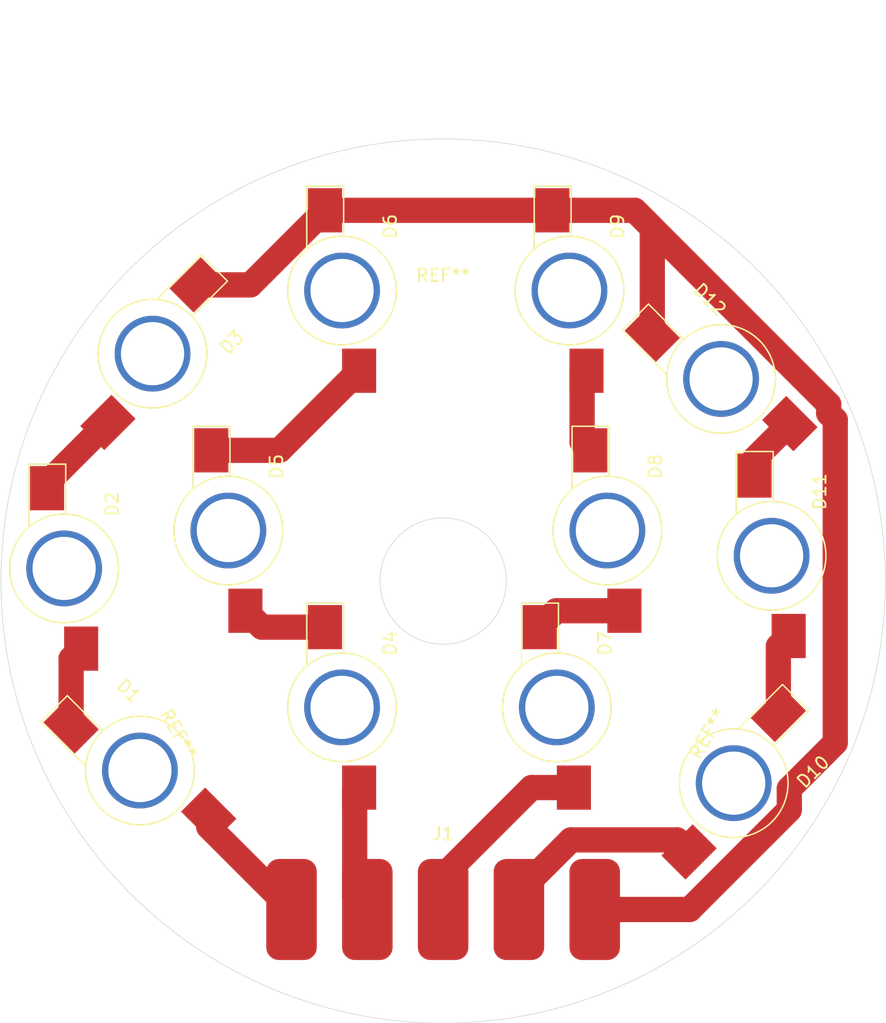
<source format=kicad_pcb>
(kicad_pcb (version 20171130) (host pcbnew 5.1.9)

  (general
    (thickness 1.6)
    (drawings 6)
    (tracks 41)
    (zones 0)
    (modules 16)
    (nets 14)
  )

  (page A4)
  (title_block
    (title "MA LED PCB")
    (date 2021-05-11)
    (rev V1)
    (company UVOS)
  )

  (layers
    (0 F.Cu signal)
    (31 B.Cu signal)
    (32 B.Adhes user)
    (33 F.Adhes user)
    (34 B.Paste user)
    (35 F.Paste user)
    (36 B.SilkS user)
    (37 F.SilkS user)
    (38 B.Mask user)
    (39 F.Mask user)
    (40 Dwgs.User user)
    (41 Cmts.User user)
    (42 Eco1.User user)
    (43 Eco2.User user)
    (44 Edge.Cuts user)
    (45 Margin user)
    (46 B.CrtYd user)
    (47 F.CrtYd user)
    (48 B.Fab user)
    (49 F.Fab user hide)
  )

  (setup
    (last_trace_width 2)
    (trace_clearance 0.4)
    (zone_clearance 0.508)
    (zone_45_only no)
    (trace_min 0.2)
    (via_size 2)
    (via_drill 1)
    (via_min_size 0.4)
    (via_min_drill 0.3)
    (uvia_size 0.3)
    (uvia_drill 0.1)
    (uvias_allowed no)
    (uvia_min_size 0.2)
    (uvia_min_drill 0.1)
    (edge_width 0.05)
    (segment_width 0.2)
    (pcb_text_width 0.3)
    (pcb_text_size 1.5 1.5)
    (mod_edge_width 0.12)
    (mod_text_size 1 1)
    (mod_text_width 0.15)
    (pad_size 6 6)
    (pad_drill 5)
    (pad_to_mask_clearance 0)
    (aux_axis_origin 140 100)
    (visible_elements FFFFFF7F)
    (pcbplotparams
      (layerselection 0x08000_7ffffffe)
      (usegerberextensions false)
      (usegerberattributes true)
      (usegerberadvancedattributes true)
      (creategerberjobfile true)
      (excludeedgelayer true)
      (linewidth 0.100000)
      (plotframeref false)
      (viasonmask false)
      (mode 1)
      (useauxorigin true)
      (hpglpennumber 1)
      (hpglpenspeed 20)
      (hpglpendiameter 15.000000)
      (psnegative false)
      (psa4output false)
      (plotreference true)
      (plotvalue true)
      (plotinvisibletext false)
      (padsonsilk false)
      (subtractmaskfromsilk false)
      (outputformat 3)
      (mirror false)
      (drillshape 0)
      (scaleselection 1)
      (outputdirectory ""))
  )

  (net 0 "")
  (net 1 "Net-(D1-Pad1)")
  (net 2 "Net-(D1-Pad2)")
  (net 3 "Net-(D2-Pad1)")
  (net 4 "Net-(D4-Pad2)")
  (net 5 "Net-(D4-Pad1)")
  (net 6 "Net-(D5-Pad1)")
  (net 7 "Net-(D7-Pad1)")
  (net 8 "Net-(D7-Pad2)")
  (net 9 "Net-(D8-Pad1)")
  (net 10 "Net-(D10-Pad2)")
  (net 11 "Net-(D10-Pad1)")
  (net 12 "Net-(D11-Pad1)")
  (net 13 GND)

  (net_class Default "This is the default net class."
    (clearance 0.4)
    (trace_width 2)
    (via_dia 2)
    (via_drill 1)
    (uvia_dia 0.3)
    (uvia_drill 0.1)
    (diff_pair_width 0.5)
    (diff_pair_gap 1)
    (add_net GND)
    (add_net "Net-(D1-Pad1)")
    (add_net "Net-(D1-Pad2)")
    (add_net "Net-(D10-Pad1)")
    (add_net "Net-(D10-Pad2)")
    (add_net "Net-(D11-Pad1)")
    (add_net "Net-(D2-Pad1)")
    (add_net "Net-(D4-Pad1)")
    (add_net "Net-(D4-Pad2)")
    (add_net "Net-(D5-Pad1)")
    (add_net "Net-(D7-Pad1)")
    (add_net "Net-(D7-Pad2)")
    (add_net "Net-(D8-Pad1)")
  )

  (module MountingHole:MountingHole_3.2mm_M3 (layer F.Cu) (tedit 56D1B4CB) (tstamp 606BDEBB)
    (at 157.320508 110 240)
    (descr "Mounting Hole 3.2mm, no annular, M3")
    (tags "mounting hole 3.2mm no annular m3")
    (attr virtual)
    (fp_text reference REF** (at 0 -4.2 60) (layer F.SilkS)
      (effects (font (size 1 1) (thickness 0.15)))
    )
    (fp_text value MountingHole_3.2mm_M3 (at 0 4.2 60) (layer F.Fab)
      (effects (font (size 1 1) (thickness 0.15)))
    )
    (fp_circle (center 0 0) (end 3.2 0) (layer Cmts.User) (width 0.15))
    (fp_circle (center 0 0) (end 3.45 0) (layer F.CrtYd) (width 0.05))
    (fp_text user %R (at 0.3 0 60) (layer F.Fab)
      (effects (font (size 1 1) (thickness 0.15)))
    )
    (pad 1 np_thru_hole circle (at 0 0 240) (size 3.2 3.2) (drill 3.2) (layers *.Cu *.Mask))
  )

  (module MountingHole:MountingHole_3.2mm_M3 (layer F.Cu) (tedit 56D1B4CB) (tstamp 606BDE6A)
    (at 122.679492 110 120)
    (descr "Mounting Hole 3.2mm, no annular, M3")
    (tags "mounting hole 3.2mm no annular m3")
    (attr virtual)
    (fp_text reference REF** (at 0 -4.2 120) (layer F.SilkS)
      (effects (font (size 1 1) (thickness 0.15)))
    )
    (fp_text value MountingHole_3.2mm_M3 (at 0 4.2 120) (layer F.Fab)
      (effects (font (size 1 1) (thickness 0.15)))
    )
    (fp_circle (center 0 0) (end 3.2 0) (layer Cmts.User) (width 0.15))
    (fp_circle (center 0 0) (end 3.45 0) (layer F.CrtYd) (width 0.05))
    (fp_text user %R (at 0.3 0 120) (layer F.Fab)
      (effects (font (size 1 1) (thickness 0.15)))
    )
    (pad 1 np_thru_hole circle (at 0 0 120) (size 3.2 3.2) (drill 3.2) (layers *.Cu *.Mask))
  )

  (module MountingHole:MountingHole_3.2mm_M3 (layer F.Cu) (tedit 56D1B4CB) (tstamp 606BDEAC)
    (at 140 80)
    (descr "Mounting Hole 3.2mm, no annular, M3")
    (tags "mounting hole 3.2mm no annular m3")
    (attr virtual)
    (fp_text reference REF** (at 0 -4.2) (layer F.SilkS)
      (effects (font (size 1 1) (thickness 0.15)))
    )
    (fp_text value MountingHole_3.2mm_M3 (at 0 4.2) (layer F.Fab)
      (effects (font (size 1 1) (thickness 0.15)))
    )
    (fp_circle (center 0 0) (end 3.45 0) (layer F.CrtYd) (width 0.05))
    (fp_circle (center 0 0) (end 3.2 0) (layer Cmts.User) (width 0.15))
    (fp_text user %R (at 0.3 0) (layer F.Fab)
      (effects (font (size 1 1) (thickness 0.15)))
    )
    (pad 1 np_thru_hole circle (at 0 0) (size 3.2 3.2) (drill 3.2) (layers *.Cu *.Mask))
  )

  (module UVOSLogic:LED_1W_3W_R8_hole (layer F.Cu) (tedit 606B0E19) (tstamp 606BF938)
    (at 116 115 315)
    (descr https://www.gme.cz/data/attachments/dsh.518-234.1.pdf)
    (tags "LED 1W 3W 5W")
    (path /606B26B4)
    (attr smd)
    (fp_text reference D1 (at -5.08 -3.81 135) (layer F.SilkS)
      (effects (font (size 1 1) (thickness 0.15)))
    )
    (fp_text value LED (at 0 5.08 135) (layer F.Fab)
      (effects (font (size 1 1) (thickness 0.15)))
    )
    (fp_line (start -2.54 0) (end -1.27 0) (layer F.Fab) (width 0.1))
    (fp_line (start -1.27 -1.27) (end -1.27 1.27) (layer F.Fab) (width 0.1))
    (fp_line (start 1.27 0) (end 2.54 0) (layer F.Fab) (width 0.1))
    (fp_line (start 1.27 1.27) (end 1.27 0) (layer F.Fab) (width 0.1))
    (fp_line (start -1.27 0) (end 1.27 1.27) (layer F.Fab) (width 0.1))
    (fp_line (start 1.27 -1.27) (end 1.27 1.27) (layer F.Fab) (width 0.1))
    (fp_line (start -1.27 0) (end 1.27 -1.27) (layer F.Fab) (width 0.1))
    (fp_line (start 8.55 0.45) (end 4.59 0.45) (layer F.CrtYd) (width 0.05))
    (fp_line (start 8.55 -3.15) (end 8.55 0.45) (layer F.CrtYd) (width 0.05))
    (fp_line (start 3.37 -3.15) (end 8.55 -3.15) (layer F.CrtYd) (width 0.05))
    (fp_line (start -8.55 3.15) (end -3.37 3.15) (layer F.CrtYd) (width 0.05))
    (fp_line (start -8.55 -0.45) (end -8.55 3.15) (layer F.CrtYd) (width 0.05))
    (fp_line (start -4.59 -0.45) (end -8.55 -0.45) (layer F.CrtYd) (width 0.05))
    (fp_line (start -8.255 2.794) (end -3.429 2.794) (layer F.SilkS) (width 0.12))
    (fp_line (start -8.255 -0.127) (end -8.255 2.794) (layer F.SilkS) (width 0.12))
    (fp_line (start -4.445 -0.127) (end -8.255 -0.127) (layer F.SilkS) (width 0.12))
    (fp_circle (center 0 0) (end -4.3 0) (layer F.SilkS) (width 0.12))
    (fp_line (start 4.318 1.016) (end 5.334 1.016) (layer F.Fab) (width 0.1))
    (fp_line (start -5.334 -1.016) (end -4.318 -1.016) (layer F.Fab) (width 0.1))
    (fp_line (start 4.826 1.524) (end 4.826 0.508) (layer F.Fab) (width 0.1))
    (fp_circle (center 0 0) (end 4.025 0) (layer F.Fab) (width 0.1))
    (fp_arc (start 0 0) (end -4.59 -0.45) (angle 131.3332206) (layer F.CrtYd) (width 0.05))
    (fp_arc (start 0 0) (end 4.59 0.45) (angle 131.3332206) (layer F.CrtYd) (width 0.05))
    (fp_text user %R (at 0 -2.54 135) (layer F.Fab)
      (effects (font (size 1 1) (thickness 0.15)))
    )
    (pad 3 thru_hole circle (at 0 0 315) (size 6 6) (drill 5) (layers *.Cu *.Mask))
    (pad 1 smd rect (at -6.35 1.35 315) (size 3.5 2.7) (layers F.Cu F.Paste F.Mask)
      (net 1 "Net-(D1-Pad1)"))
    (pad 2 smd rect (at 6.35 -1.35 315) (size 3.5 2.7) (layers F.Cu F.Paste F.Mask)
      (net 2 "Net-(D1-Pad2)"))
    (model ${KISYS3DMOD}/LED_SMD.3dshapes/LED_1W_3W_R8.wrl
      (at (xyz 0 0 0))
      (scale (xyz 1 1 1))
      (rotate (xyz 0 0 0))
    )
  )

  (module UVOSLogic:LED_1W_3W_R8_hole (layer F.Cu) (tedit 606B0E19) (tstamp 606BF956)
    (at 110 99 270)
    (descr https://www.gme.cz/data/attachments/dsh.518-234.1.pdf)
    (tags "LED 1W 3W 5W")
    (path /606B2C3A)
    (attr smd)
    (fp_text reference D2 (at -5.08 -3.81 90) (layer F.SilkS)
      (effects (font (size 1 1) (thickness 0.15)))
    )
    (fp_text value LED (at 0 5.08 90) (layer F.Fab)
      (effects (font (size 1 1) (thickness 0.15)))
    )
    (fp_circle (center 0 0) (end 4.025 0) (layer F.Fab) (width 0.1))
    (fp_line (start 4.826 1.524) (end 4.826 0.508) (layer F.Fab) (width 0.1))
    (fp_line (start -5.334 -1.016) (end -4.318 -1.016) (layer F.Fab) (width 0.1))
    (fp_line (start 4.318 1.016) (end 5.334 1.016) (layer F.Fab) (width 0.1))
    (fp_circle (center 0 0) (end -4.3 0) (layer F.SilkS) (width 0.12))
    (fp_line (start -4.445 -0.127) (end -8.255 -0.127) (layer F.SilkS) (width 0.12))
    (fp_line (start -8.255 -0.127) (end -8.255 2.794) (layer F.SilkS) (width 0.12))
    (fp_line (start -8.255 2.794) (end -3.429 2.794) (layer F.SilkS) (width 0.12))
    (fp_line (start -4.59 -0.45) (end -8.55 -0.45) (layer F.CrtYd) (width 0.05))
    (fp_line (start -8.55 -0.45) (end -8.55 3.15) (layer F.CrtYd) (width 0.05))
    (fp_line (start -8.55 3.15) (end -3.37 3.15) (layer F.CrtYd) (width 0.05))
    (fp_line (start 3.37 -3.15) (end 8.55 -3.15) (layer F.CrtYd) (width 0.05))
    (fp_line (start 8.55 -3.15) (end 8.55 0.45) (layer F.CrtYd) (width 0.05))
    (fp_line (start 8.55 0.45) (end 4.59 0.45) (layer F.CrtYd) (width 0.05))
    (fp_line (start -1.27 0) (end 1.27 -1.27) (layer F.Fab) (width 0.1))
    (fp_line (start 1.27 -1.27) (end 1.27 1.27) (layer F.Fab) (width 0.1))
    (fp_line (start -1.27 0) (end 1.27 1.27) (layer F.Fab) (width 0.1))
    (fp_line (start 1.27 1.27) (end 1.27 0) (layer F.Fab) (width 0.1))
    (fp_line (start 1.27 0) (end 2.54 0) (layer F.Fab) (width 0.1))
    (fp_line (start -1.27 -1.27) (end -1.27 1.27) (layer F.Fab) (width 0.1))
    (fp_line (start -2.54 0) (end -1.27 0) (layer F.Fab) (width 0.1))
    (fp_text user %R (at 0 -2.54 90) (layer F.Fab)
      (effects (font (size 1 1) (thickness 0.15)))
    )
    (fp_arc (start 0 0) (end 4.59 0.45) (angle 131.3332206) (layer F.CrtYd) (width 0.05))
    (fp_arc (start 0 0) (end -4.59 -0.45) (angle 131.3332206) (layer F.CrtYd) (width 0.05))
    (pad 2 smd rect (at 6.35 -1.35 270) (size 3.5 2.7) (layers F.Cu F.Paste F.Mask)
      (net 1 "Net-(D1-Pad1)"))
    (pad 1 smd rect (at -6.35 1.35 270) (size 3.5 2.7) (layers F.Cu F.Paste F.Mask)
      (net 3 "Net-(D2-Pad1)"))
    (pad 3 thru_hole circle (at 0 0 270) (size 6 6) (drill 5) (layers *.Cu *.Mask))
    (model ${KISYS3DMOD}/LED_SMD.3dshapes/LED_1W_3W_R8.wrl
      (at (xyz 0 0 0))
      (scale (xyz 1 1 1))
      (rotate (xyz 0 0 0))
    )
  )

  (module UVOSLogic:LED_1W_3W_R8_hole (layer F.Cu) (tedit 606B0E19) (tstamp 606BF974)
    (at 117 82 225)
    (descr https://www.gme.cz/data/attachments/dsh.518-234.1.pdf)
    (tags "LED 1W 3W 5W")
    (path /606B3D44)
    (attr smd)
    (fp_text reference D3 (at -5.08 -3.81 45) (layer F.SilkS)
      (effects (font (size 1 1) (thickness 0.15)))
    )
    (fp_text value LED (at 0 5.08 45) (layer F.Fab)
      (effects (font (size 1 1) (thickness 0.15)))
    )
    (fp_line (start -2.54 0) (end -1.27 0) (layer F.Fab) (width 0.1))
    (fp_line (start -1.27 -1.27) (end -1.27 1.27) (layer F.Fab) (width 0.1))
    (fp_line (start 1.27 0) (end 2.54 0) (layer F.Fab) (width 0.1))
    (fp_line (start 1.27 1.27) (end 1.27 0) (layer F.Fab) (width 0.1))
    (fp_line (start -1.27 0) (end 1.27 1.27) (layer F.Fab) (width 0.1))
    (fp_line (start 1.27 -1.27) (end 1.27 1.27) (layer F.Fab) (width 0.1))
    (fp_line (start -1.27 0) (end 1.27 -1.27) (layer F.Fab) (width 0.1))
    (fp_line (start 8.55 0.45) (end 4.59 0.45) (layer F.CrtYd) (width 0.05))
    (fp_line (start 8.55 -3.15) (end 8.55 0.45) (layer F.CrtYd) (width 0.05))
    (fp_line (start 3.37 -3.15) (end 8.55 -3.15) (layer F.CrtYd) (width 0.05))
    (fp_line (start -8.55 3.15) (end -3.37 3.15) (layer F.CrtYd) (width 0.05))
    (fp_line (start -8.55 -0.45) (end -8.55 3.15) (layer F.CrtYd) (width 0.05))
    (fp_line (start -4.59 -0.45) (end -8.55 -0.45) (layer F.CrtYd) (width 0.05))
    (fp_line (start -8.255 2.794) (end -3.429 2.794) (layer F.SilkS) (width 0.12))
    (fp_line (start -8.255 -0.127) (end -8.255 2.794) (layer F.SilkS) (width 0.12))
    (fp_line (start -4.445 -0.127) (end -8.255 -0.127) (layer F.SilkS) (width 0.12))
    (fp_circle (center 0 0) (end -4.3 0) (layer F.SilkS) (width 0.12))
    (fp_line (start 4.318 1.016) (end 5.334 1.016) (layer F.Fab) (width 0.1))
    (fp_line (start -5.334 -1.016) (end -4.318 -1.016) (layer F.Fab) (width 0.1))
    (fp_line (start 4.826 1.524) (end 4.826 0.508) (layer F.Fab) (width 0.1))
    (fp_circle (center 0 0) (end 4.025 0) (layer F.Fab) (width 0.1))
    (fp_arc (start 0 0) (end -4.59 -0.45) (angle 131.3332206) (layer F.CrtYd) (width 0.05))
    (fp_arc (start 0 0) (end 4.59 0.45) (angle 131.3332206) (layer F.CrtYd) (width 0.05))
    (fp_text user %R (at 0 -2.54 45) (layer F.Fab)
      (effects (font (size 1 1) (thickness 0.15)))
    )
    (pad 3 thru_hole circle (at 0 0 225) (size 6 6) (drill 5) (layers *.Cu *.Mask))
    (pad 1 smd rect (at -6.35 1.35 225) (size 3.5 2.7) (layers F.Cu F.Paste F.Mask)
      (net 13 GND))
    (pad 2 smd rect (at 6.35 -1.35 225) (size 3.5 2.7) (layers F.Cu F.Paste F.Mask)
      (net 3 "Net-(D2-Pad1)"))
    (model ${KISYS3DMOD}/LED_SMD.3dshapes/LED_1W_3W_R8.wrl
      (at (xyz 0 0 0))
      (scale (xyz 1 1 1))
      (rotate (xyz 0 0 0))
    )
  )

  (module UVOSLogic:LED_1W_3W_R8_hole (layer F.Cu) (tedit 606B0E19) (tstamp 606BF992)
    (at 132 110 270)
    (descr https://www.gme.cz/data/attachments/dsh.518-234.1.pdf)
    (tags "LED 1W 3W 5W")
    (path /606B2109)
    (attr smd)
    (fp_text reference D4 (at -5.08 -3.81 90) (layer F.SilkS)
      (effects (font (size 1 1) (thickness 0.15)))
    )
    (fp_text value LED (at 0 5.08 90) (layer F.Fab)
      (effects (font (size 1 1) (thickness 0.15)))
    )
    (fp_circle (center 0 0) (end 4.025 0) (layer F.Fab) (width 0.1))
    (fp_line (start 4.826 1.524) (end 4.826 0.508) (layer F.Fab) (width 0.1))
    (fp_line (start -5.334 -1.016) (end -4.318 -1.016) (layer F.Fab) (width 0.1))
    (fp_line (start 4.318 1.016) (end 5.334 1.016) (layer F.Fab) (width 0.1))
    (fp_circle (center 0 0) (end -4.3 0) (layer F.SilkS) (width 0.12))
    (fp_line (start -4.445 -0.127) (end -8.255 -0.127) (layer F.SilkS) (width 0.12))
    (fp_line (start -8.255 -0.127) (end -8.255 2.794) (layer F.SilkS) (width 0.12))
    (fp_line (start -8.255 2.794) (end -3.429 2.794) (layer F.SilkS) (width 0.12))
    (fp_line (start -4.59 -0.45) (end -8.55 -0.45) (layer F.CrtYd) (width 0.05))
    (fp_line (start -8.55 -0.45) (end -8.55 3.15) (layer F.CrtYd) (width 0.05))
    (fp_line (start -8.55 3.15) (end -3.37 3.15) (layer F.CrtYd) (width 0.05))
    (fp_line (start 3.37 -3.15) (end 8.55 -3.15) (layer F.CrtYd) (width 0.05))
    (fp_line (start 8.55 -3.15) (end 8.55 0.45) (layer F.CrtYd) (width 0.05))
    (fp_line (start 8.55 0.45) (end 4.59 0.45) (layer F.CrtYd) (width 0.05))
    (fp_line (start -1.27 0) (end 1.27 -1.27) (layer F.Fab) (width 0.1))
    (fp_line (start 1.27 -1.27) (end 1.27 1.27) (layer F.Fab) (width 0.1))
    (fp_line (start -1.27 0) (end 1.27 1.27) (layer F.Fab) (width 0.1))
    (fp_line (start 1.27 1.27) (end 1.27 0) (layer F.Fab) (width 0.1))
    (fp_line (start 1.27 0) (end 2.54 0) (layer F.Fab) (width 0.1))
    (fp_line (start -1.27 -1.27) (end -1.27 1.27) (layer F.Fab) (width 0.1))
    (fp_line (start -2.54 0) (end -1.27 0) (layer F.Fab) (width 0.1))
    (fp_text user %R (at 0 -2.54 90) (layer F.Fab)
      (effects (font (size 1 1) (thickness 0.15)))
    )
    (fp_arc (start 0 0) (end 4.59 0.45) (angle 131.3332206) (layer F.CrtYd) (width 0.05))
    (fp_arc (start 0 0) (end -4.59 -0.45) (angle 131.3332206) (layer F.CrtYd) (width 0.05))
    (pad 2 smd rect (at 6.35 -1.35 270) (size 3.5 2.7) (layers F.Cu F.Paste F.Mask)
      (net 4 "Net-(D4-Pad2)"))
    (pad 1 smd rect (at -6.35 1.35 270) (size 3.5 2.7) (layers F.Cu F.Paste F.Mask)
      (net 5 "Net-(D4-Pad1)"))
    (pad 3 thru_hole circle (at 0 0 270) (size 6 6) (drill 5) (layers *.Cu *.Mask))
    (model ${KISYS3DMOD}/LED_SMD.3dshapes/LED_1W_3W_R8.wrl
      (at (xyz 0 0 0))
      (scale (xyz 1 1 1))
      (rotate (xyz 0 0 0))
    )
  )

  (module UVOSLogic:LED_1W_3W_R8_hole (layer F.Cu) (tedit 606B0E19) (tstamp 606BF9B0)
    (at 123 96 270)
    (descr https://www.gme.cz/data/attachments/dsh.518-234.1.pdf)
    (tags "LED 1W 3W 5W")
    (path /606B1BA5)
    (attr smd)
    (fp_text reference D5 (at -5.08 -3.81 90) (layer F.SilkS)
      (effects (font (size 1 1) (thickness 0.15)))
    )
    (fp_text value LED (at 0 5.08 90) (layer F.Fab)
      (effects (font (size 1 1) (thickness 0.15)))
    )
    (fp_line (start -2.54 0) (end -1.27 0) (layer F.Fab) (width 0.1))
    (fp_line (start -1.27 -1.27) (end -1.27 1.27) (layer F.Fab) (width 0.1))
    (fp_line (start 1.27 0) (end 2.54 0) (layer F.Fab) (width 0.1))
    (fp_line (start 1.27 1.27) (end 1.27 0) (layer F.Fab) (width 0.1))
    (fp_line (start -1.27 0) (end 1.27 1.27) (layer F.Fab) (width 0.1))
    (fp_line (start 1.27 -1.27) (end 1.27 1.27) (layer F.Fab) (width 0.1))
    (fp_line (start -1.27 0) (end 1.27 -1.27) (layer F.Fab) (width 0.1))
    (fp_line (start 8.55 0.45) (end 4.59 0.45) (layer F.CrtYd) (width 0.05))
    (fp_line (start 8.55 -3.15) (end 8.55 0.45) (layer F.CrtYd) (width 0.05))
    (fp_line (start 3.37 -3.15) (end 8.55 -3.15) (layer F.CrtYd) (width 0.05))
    (fp_line (start -8.55 3.15) (end -3.37 3.15) (layer F.CrtYd) (width 0.05))
    (fp_line (start -8.55 -0.45) (end -8.55 3.15) (layer F.CrtYd) (width 0.05))
    (fp_line (start -4.59 -0.45) (end -8.55 -0.45) (layer F.CrtYd) (width 0.05))
    (fp_line (start -8.255 2.794) (end -3.429 2.794) (layer F.SilkS) (width 0.12))
    (fp_line (start -8.255 -0.127) (end -8.255 2.794) (layer F.SilkS) (width 0.12))
    (fp_line (start -4.445 -0.127) (end -8.255 -0.127) (layer F.SilkS) (width 0.12))
    (fp_circle (center 0 0) (end -4.3 0) (layer F.SilkS) (width 0.12))
    (fp_line (start 4.318 1.016) (end 5.334 1.016) (layer F.Fab) (width 0.1))
    (fp_line (start -5.334 -1.016) (end -4.318 -1.016) (layer F.Fab) (width 0.1))
    (fp_line (start 4.826 1.524) (end 4.826 0.508) (layer F.Fab) (width 0.1))
    (fp_circle (center 0 0) (end 4.025 0) (layer F.Fab) (width 0.1))
    (fp_arc (start 0 0) (end -4.59 -0.45) (angle 131.3332206) (layer F.CrtYd) (width 0.05))
    (fp_arc (start 0 0) (end 4.59 0.45) (angle 131.3332206) (layer F.CrtYd) (width 0.05))
    (fp_text user %R (at 0 -2.54 90) (layer F.Fab)
      (effects (font (size 1 1) (thickness 0.15)))
    )
    (pad 3 thru_hole circle (at 0 0 270) (size 6 6) (drill 5) (layers *.Cu *.Mask))
    (pad 1 smd rect (at -6.35 1.35 270) (size 3.5 2.7) (layers F.Cu F.Paste F.Mask)
      (net 6 "Net-(D5-Pad1)"))
    (pad 2 smd rect (at 6.35 -1.35 270) (size 3.5 2.7) (layers F.Cu F.Paste F.Mask)
      (net 5 "Net-(D4-Pad1)"))
    (model ${KISYS3DMOD}/LED_SMD.3dshapes/LED_1W_3W_R8.wrl
      (at (xyz 0 0 0))
      (scale (xyz 1 1 1))
      (rotate (xyz 0 0 0))
    )
  )

  (module UVOSLogic:LED_1W_3W_R8_hole (layer F.Cu) (tedit 606B0E19) (tstamp 606BF9CE)
    (at 132 77 270)
    (descr https://www.gme.cz/data/attachments/dsh.518-234.1.pdf)
    (tags "LED 1W 3W 5W")
    (path /606B0AA6)
    (attr smd)
    (fp_text reference D6 (at -5.08 -3.81 90) (layer F.SilkS)
      (effects (font (size 1 1) (thickness 0.15)))
    )
    (fp_text value LED (at 0 5.08 90) (layer F.Fab)
      (effects (font (size 1 1) (thickness 0.15)))
    )
    (fp_circle (center 0 0) (end 4.025 0) (layer F.Fab) (width 0.1))
    (fp_line (start 4.826 1.524) (end 4.826 0.508) (layer F.Fab) (width 0.1))
    (fp_line (start -5.334 -1.016) (end -4.318 -1.016) (layer F.Fab) (width 0.1))
    (fp_line (start 4.318 1.016) (end 5.334 1.016) (layer F.Fab) (width 0.1))
    (fp_circle (center 0 0) (end -4.3 0) (layer F.SilkS) (width 0.12))
    (fp_line (start -4.445 -0.127) (end -8.255 -0.127) (layer F.SilkS) (width 0.12))
    (fp_line (start -8.255 -0.127) (end -8.255 2.794) (layer F.SilkS) (width 0.12))
    (fp_line (start -8.255 2.794) (end -3.429 2.794) (layer F.SilkS) (width 0.12))
    (fp_line (start -4.59 -0.45) (end -8.55 -0.45) (layer F.CrtYd) (width 0.05))
    (fp_line (start -8.55 -0.45) (end -8.55 3.15) (layer F.CrtYd) (width 0.05))
    (fp_line (start -8.55 3.15) (end -3.37 3.15) (layer F.CrtYd) (width 0.05))
    (fp_line (start 3.37 -3.15) (end 8.55 -3.15) (layer F.CrtYd) (width 0.05))
    (fp_line (start 8.55 -3.15) (end 8.55 0.45) (layer F.CrtYd) (width 0.05))
    (fp_line (start 8.55 0.45) (end 4.59 0.45) (layer F.CrtYd) (width 0.05))
    (fp_line (start -1.27 0) (end 1.27 -1.27) (layer F.Fab) (width 0.1))
    (fp_line (start 1.27 -1.27) (end 1.27 1.27) (layer F.Fab) (width 0.1))
    (fp_line (start -1.27 0) (end 1.27 1.27) (layer F.Fab) (width 0.1))
    (fp_line (start 1.27 1.27) (end 1.27 0) (layer F.Fab) (width 0.1))
    (fp_line (start 1.27 0) (end 2.54 0) (layer F.Fab) (width 0.1))
    (fp_line (start -1.27 -1.27) (end -1.27 1.27) (layer F.Fab) (width 0.1))
    (fp_line (start -2.54 0) (end -1.27 0) (layer F.Fab) (width 0.1))
    (fp_text user %R (at 0 -2.54 90) (layer F.Fab)
      (effects (font (size 1 1) (thickness 0.15)))
    )
    (fp_arc (start 0 0) (end 4.59 0.45) (angle 131.3332206) (layer F.CrtYd) (width 0.05))
    (fp_arc (start 0 0) (end -4.59 -0.45) (angle 131.3332206) (layer F.CrtYd) (width 0.05))
    (pad 2 smd rect (at 6.35 -1.35 270) (size 3.5 2.7) (layers F.Cu F.Paste F.Mask)
      (net 6 "Net-(D5-Pad1)"))
    (pad 1 smd rect (at -6.35 1.35 270) (size 3.5 2.7) (layers F.Cu F.Paste F.Mask)
      (net 13 GND))
    (pad 3 thru_hole circle (at 0 0 270) (size 6 6) (drill 5) (layers *.Cu *.Mask))
    (model ${KISYS3DMOD}/LED_SMD.3dshapes/LED_1W_3W_R8.wrl
      (at (xyz 0 0 0))
      (scale (xyz 1 1 1))
      (rotate (xyz 0 0 0))
    )
  )

  (module UVOSLogic:LED_1W_3W_R8_hole (layer F.Cu) (tedit 606B0E19) (tstamp 606BF9EC)
    (at 149 110 270)
    (descr https://www.gme.cz/data/attachments/dsh.518-234.1.pdf)
    (tags "LED 1W 3W 5W")
    (path /606B9981)
    (attr smd)
    (fp_text reference D7 (at -5.08 -3.81 90) (layer F.SilkS)
      (effects (font (size 1 1) (thickness 0.15)))
    )
    (fp_text value LED (at 0 5.08 90) (layer F.Fab)
      (effects (font (size 1 1) (thickness 0.15)))
    )
    (fp_line (start -2.54 0) (end -1.27 0) (layer F.Fab) (width 0.1))
    (fp_line (start -1.27 -1.27) (end -1.27 1.27) (layer F.Fab) (width 0.1))
    (fp_line (start 1.27 0) (end 2.54 0) (layer F.Fab) (width 0.1))
    (fp_line (start 1.27 1.27) (end 1.27 0) (layer F.Fab) (width 0.1))
    (fp_line (start -1.27 0) (end 1.27 1.27) (layer F.Fab) (width 0.1))
    (fp_line (start 1.27 -1.27) (end 1.27 1.27) (layer F.Fab) (width 0.1))
    (fp_line (start -1.27 0) (end 1.27 -1.27) (layer F.Fab) (width 0.1))
    (fp_line (start 8.55 0.45) (end 4.59 0.45) (layer F.CrtYd) (width 0.05))
    (fp_line (start 8.55 -3.15) (end 8.55 0.45) (layer F.CrtYd) (width 0.05))
    (fp_line (start 3.37 -3.15) (end 8.55 -3.15) (layer F.CrtYd) (width 0.05))
    (fp_line (start -8.55 3.15) (end -3.37 3.15) (layer F.CrtYd) (width 0.05))
    (fp_line (start -8.55 -0.45) (end -8.55 3.15) (layer F.CrtYd) (width 0.05))
    (fp_line (start -4.59 -0.45) (end -8.55 -0.45) (layer F.CrtYd) (width 0.05))
    (fp_line (start -8.255 2.794) (end -3.429 2.794) (layer F.SilkS) (width 0.12))
    (fp_line (start -8.255 -0.127) (end -8.255 2.794) (layer F.SilkS) (width 0.12))
    (fp_line (start -4.445 -0.127) (end -8.255 -0.127) (layer F.SilkS) (width 0.12))
    (fp_circle (center 0 0) (end -4.3 0) (layer F.SilkS) (width 0.12))
    (fp_line (start 4.318 1.016) (end 5.334 1.016) (layer F.Fab) (width 0.1))
    (fp_line (start -5.334 -1.016) (end -4.318 -1.016) (layer F.Fab) (width 0.1))
    (fp_line (start 4.826 1.524) (end 4.826 0.508) (layer F.Fab) (width 0.1))
    (fp_circle (center 0 0) (end 4.025 0) (layer F.Fab) (width 0.1))
    (fp_arc (start 0 0) (end -4.59 -0.45) (angle 131.3332206) (layer F.CrtYd) (width 0.05))
    (fp_arc (start 0 0) (end 4.59 0.45) (angle 131.3332206) (layer F.CrtYd) (width 0.05))
    (fp_text user %R (at 0 -2.54 90) (layer F.Fab)
      (effects (font (size 1 1) (thickness 0.15)))
    )
    (pad 3 thru_hole circle (at 0 0 270) (size 6 6) (drill 5) (layers *.Cu *.Mask))
    (pad 1 smd rect (at -6.35 1.35 270) (size 3.5 2.7) (layers F.Cu F.Paste F.Mask)
      (net 7 "Net-(D7-Pad1)"))
    (pad 2 smd rect (at 6.35 -1.35 270) (size 3.5 2.7) (layers F.Cu F.Paste F.Mask)
      (net 8 "Net-(D7-Pad2)"))
    (model ${KISYS3DMOD}/LED_SMD.3dshapes/LED_1W_3W_R8.wrl
      (at (xyz 0 0 0))
      (scale (xyz 1 1 1))
      (rotate (xyz 0 0 0))
    )
  )

  (module UVOSLogic:LED_1W_3W_R8_hole (layer F.Cu) (tedit 606B0E19) (tstamp 606BFA0A)
    (at 153 96 270)
    (descr https://www.gme.cz/data/attachments/dsh.518-234.1.pdf)
    (tags "LED 1W 3W 5W")
    (path /606B998B)
    (attr smd)
    (fp_text reference D8 (at -5.08 -3.81 90) (layer F.SilkS)
      (effects (font (size 1 1) (thickness 0.15)))
    )
    (fp_text value LED (at 0 5.08 90) (layer F.Fab)
      (effects (font (size 1 1) (thickness 0.15)))
    )
    (fp_circle (center 0 0) (end 4.025 0) (layer F.Fab) (width 0.1))
    (fp_line (start 4.826 1.524) (end 4.826 0.508) (layer F.Fab) (width 0.1))
    (fp_line (start -5.334 -1.016) (end -4.318 -1.016) (layer F.Fab) (width 0.1))
    (fp_line (start 4.318 1.016) (end 5.334 1.016) (layer F.Fab) (width 0.1))
    (fp_circle (center 0 0) (end -4.3 0) (layer F.SilkS) (width 0.12))
    (fp_line (start -4.445 -0.127) (end -8.255 -0.127) (layer F.SilkS) (width 0.12))
    (fp_line (start -8.255 -0.127) (end -8.255 2.794) (layer F.SilkS) (width 0.12))
    (fp_line (start -8.255 2.794) (end -3.429 2.794) (layer F.SilkS) (width 0.12))
    (fp_line (start -4.59 -0.45) (end -8.55 -0.45) (layer F.CrtYd) (width 0.05))
    (fp_line (start -8.55 -0.45) (end -8.55 3.15) (layer F.CrtYd) (width 0.05))
    (fp_line (start -8.55 3.15) (end -3.37 3.15) (layer F.CrtYd) (width 0.05))
    (fp_line (start 3.37 -3.15) (end 8.55 -3.15) (layer F.CrtYd) (width 0.05))
    (fp_line (start 8.55 -3.15) (end 8.55 0.45) (layer F.CrtYd) (width 0.05))
    (fp_line (start 8.55 0.45) (end 4.59 0.45) (layer F.CrtYd) (width 0.05))
    (fp_line (start -1.27 0) (end 1.27 -1.27) (layer F.Fab) (width 0.1))
    (fp_line (start 1.27 -1.27) (end 1.27 1.27) (layer F.Fab) (width 0.1))
    (fp_line (start -1.27 0) (end 1.27 1.27) (layer F.Fab) (width 0.1))
    (fp_line (start 1.27 1.27) (end 1.27 0) (layer F.Fab) (width 0.1))
    (fp_line (start 1.27 0) (end 2.54 0) (layer F.Fab) (width 0.1))
    (fp_line (start -1.27 -1.27) (end -1.27 1.27) (layer F.Fab) (width 0.1))
    (fp_line (start -2.54 0) (end -1.27 0) (layer F.Fab) (width 0.1))
    (fp_text user %R (at 0 -2.54 90) (layer F.Fab)
      (effects (font (size 1 1) (thickness 0.15)))
    )
    (fp_arc (start 0 0) (end 4.59 0.45) (angle 131.3332206) (layer F.CrtYd) (width 0.05))
    (fp_arc (start 0 0) (end -4.59 -0.45) (angle 131.3332206) (layer F.CrtYd) (width 0.05))
    (pad 2 smd rect (at 6.35 -1.35 270) (size 3.5 2.7) (layers F.Cu F.Paste F.Mask)
      (net 7 "Net-(D7-Pad1)"))
    (pad 1 smd rect (at -6.35 1.35 270) (size 3.5 2.7) (layers F.Cu F.Paste F.Mask)
      (net 9 "Net-(D8-Pad1)"))
    (pad 3 thru_hole circle (at 0 0 270) (size 6 6) (drill 5) (layers *.Cu *.Mask))
    (model ${KISYS3DMOD}/LED_SMD.3dshapes/LED_1W_3W_R8.wrl
      (at (xyz 0 0 0))
      (scale (xyz 1 1 1))
      (rotate (xyz 0 0 0))
    )
  )

  (module UVOSLogic:LED_1W_3W_R8_hole (layer F.Cu) (tedit 606B30D2) (tstamp 606BFA28)
    (at 150 77 270)
    (descr https://www.gme.cz/data/attachments/dsh.518-234.1.pdf)
    (tags "LED 1W 3W 5W")
    (path /606B9995)
    (attr smd)
    (fp_text reference D9 (at -5.08 -3.81 90) (layer F.SilkS)
      (effects (font (size 1 1) (thickness 0.15)))
    )
    (fp_text value LED (at 0 5.08 90) (layer F.Fab)
      (effects (font (size 1 1) (thickness 0.15)))
    )
    (fp_line (start -2.54 0) (end -1.27 0) (layer F.Fab) (width 0.1))
    (fp_line (start -1.27 -1.27) (end -1.27 1.27) (layer F.Fab) (width 0.1))
    (fp_line (start 1.27 0) (end 2.54 0) (layer F.Fab) (width 0.1))
    (fp_line (start 1.27 1.27) (end 1.27 0) (layer F.Fab) (width 0.1))
    (fp_line (start -1.27 0) (end 1.27 1.27) (layer F.Fab) (width 0.1))
    (fp_line (start 1.27 -1.27) (end 1.27 1.27) (layer F.Fab) (width 0.1))
    (fp_line (start -1.27 0) (end 1.27 -1.27) (layer F.Fab) (width 0.1))
    (fp_line (start 8.55 0.45) (end 4.59 0.45) (layer F.CrtYd) (width 0.05))
    (fp_line (start 8.55 -3.15) (end 8.55 0.45) (layer F.CrtYd) (width 0.05))
    (fp_line (start 3.37 -3.15) (end 8.55 -3.15) (layer F.CrtYd) (width 0.05))
    (fp_line (start -8.55 3.15) (end -3.37 3.15) (layer F.CrtYd) (width 0.05))
    (fp_line (start -8.55 -0.45) (end -8.55 3.15) (layer F.CrtYd) (width 0.05))
    (fp_line (start -4.59 -0.45) (end -8.55 -0.45) (layer F.CrtYd) (width 0.05))
    (fp_line (start -8.255 2.794) (end -3.429 2.794) (layer F.SilkS) (width 0.12))
    (fp_line (start -8.255 -0.127) (end -8.255 2.794) (layer F.SilkS) (width 0.12))
    (fp_line (start -4.445 -0.127) (end -8.255 -0.127) (layer F.SilkS) (width 0.12))
    (fp_circle (center 0 0) (end -4.3 0) (layer F.SilkS) (width 0.12))
    (fp_line (start 4.318 1.016) (end 5.334 1.016) (layer F.Fab) (width 0.1))
    (fp_line (start -5.334 -1.016) (end -4.318 -1.016) (layer F.Fab) (width 0.1))
    (fp_line (start 4.826 1.524) (end 4.826 0.508) (layer F.Fab) (width 0.1))
    (fp_circle (center 0 0) (end 4.025 0) (layer F.Fab) (width 0.1))
    (fp_arc (start 0 0) (end -4.59 -0.45) (angle 131.3332206) (layer F.CrtYd) (width 0.05))
    (fp_arc (start 0 0) (end 4.59 0.45) (angle 131.3332206) (layer F.CrtYd) (width 0.05))
    (fp_text user %R (at 0 -2.54 90) (layer F.Fab)
      (effects (font (size 1 1) (thickness 0.15)))
    )
    (pad 3 thru_hole circle (at 0 0 270) (size 6 6) (drill 5) (layers *.Cu *.Mask))
    (pad 1 smd rect (at -6.35 1.35 270) (size 3.5 2.7) (layers F.Cu F.Paste F.Mask)
      (net 13 GND))
    (pad 2 smd rect (at 6.35 -1.35 270) (size 3.5 2.7) (layers F.Cu F.Paste F.Mask)
      (net 9 "Net-(D8-Pad1)"))
    (model ${KISYS3DMOD}/LED_SMD.3dshapes/LED_1W_3W_R8.wrl
      (at (xyz 0 0 0))
      (scale (xyz 1 1 1))
      (rotate (xyz 0 0 0))
    )
  )

  (module UVOSLogic:LED_1W_3W_R8_hole (layer F.Cu) (tedit 606B0E19) (tstamp 606BFA46)
    (at 163 116 225)
    (descr https://www.gme.cz/data/attachments/dsh.518-234.1.pdf)
    (tags "LED 1W 3W 5W")
    (path /606B9977)
    (attr smd)
    (fp_text reference D10 (at -5.08 -3.81 45) (layer F.SilkS)
      (effects (font (size 1 1) (thickness 0.15)))
    )
    (fp_text value LED (at 0 5.08 45) (layer F.Fab)
      (effects (font (size 1 1) (thickness 0.15)))
    )
    (fp_circle (center 0 0) (end 4.025 0) (layer F.Fab) (width 0.1))
    (fp_line (start 4.826 1.524) (end 4.826 0.508) (layer F.Fab) (width 0.1))
    (fp_line (start -5.334 -1.016) (end -4.318 -1.016) (layer F.Fab) (width 0.1))
    (fp_line (start 4.318 1.016) (end 5.334 1.016) (layer F.Fab) (width 0.1))
    (fp_circle (center 0 0) (end -4.3 0) (layer F.SilkS) (width 0.12))
    (fp_line (start -4.445 -0.127) (end -8.255 -0.127) (layer F.SilkS) (width 0.12))
    (fp_line (start -8.255 -0.127) (end -8.255 2.794) (layer F.SilkS) (width 0.12))
    (fp_line (start -8.255 2.794) (end -3.429 2.794) (layer F.SilkS) (width 0.12))
    (fp_line (start -4.59 -0.45) (end -8.55 -0.45) (layer F.CrtYd) (width 0.05))
    (fp_line (start -8.55 -0.45) (end -8.55 3.15) (layer F.CrtYd) (width 0.05))
    (fp_line (start -8.55 3.15) (end -3.37 3.15) (layer F.CrtYd) (width 0.05))
    (fp_line (start 3.37 -3.15) (end 8.55 -3.15) (layer F.CrtYd) (width 0.05))
    (fp_line (start 8.55 -3.15) (end 8.55 0.45) (layer F.CrtYd) (width 0.05))
    (fp_line (start 8.55 0.45) (end 4.59 0.45) (layer F.CrtYd) (width 0.05))
    (fp_line (start -1.27 0) (end 1.27 -1.27) (layer F.Fab) (width 0.1))
    (fp_line (start 1.27 -1.27) (end 1.27 1.27) (layer F.Fab) (width 0.1))
    (fp_line (start -1.27 0) (end 1.27 1.27) (layer F.Fab) (width 0.1))
    (fp_line (start 1.27 1.27) (end 1.27 0) (layer F.Fab) (width 0.1))
    (fp_line (start 1.27 0) (end 2.54 0) (layer F.Fab) (width 0.1))
    (fp_line (start -1.27 -1.27) (end -1.27 1.27) (layer F.Fab) (width 0.1))
    (fp_line (start -2.54 0) (end -1.27 0) (layer F.Fab) (width 0.1))
    (fp_text user %R (at 0 -2.54 45) (layer F.Fab)
      (effects (font (size 1 1) (thickness 0.15)))
    )
    (fp_arc (start 0 0) (end 4.59 0.45) (angle 131.3332206) (layer F.CrtYd) (width 0.05))
    (fp_arc (start 0 0) (end -4.59 -0.45) (angle 131.3332206) (layer F.CrtYd) (width 0.05))
    (pad 2 smd rect (at 6.35 -1.35 225) (size 3.5 2.7) (layers F.Cu F.Paste F.Mask)
      (net 10 "Net-(D10-Pad2)"))
    (pad 1 smd rect (at -6.35 1.35 225) (size 3.5 2.7) (layers F.Cu F.Paste F.Mask)
      (net 11 "Net-(D10-Pad1)"))
    (pad 3 thru_hole circle (at 0 0 225) (size 6 6) (drill 5) (layers *.Cu *.Mask))
    (model ${KISYS3DMOD}/LED_SMD.3dshapes/LED_1W_3W_R8.wrl
      (at (xyz 0 0 0))
      (scale (xyz 1 1 1))
      (rotate (xyz 0 0 0))
    )
  )

  (module UVOSLogic:LED_1W_3W_R8_hole (layer F.Cu) (tedit 606B0E19) (tstamp 606BFA64)
    (at 166 98 270)
    (descr https://www.gme.cz/data/attachments/dsh.518-234.1.pdf)
    (tags "LED 1W 3W 5W")
    (path /606B996D)
    (attr smd)
    (fp_text reference D11 (at -5.08 -3.81 90) (layer F.SilkS)
      (effects (font (size 1 1) (thickness 0.15)))
    )
    (fp_text value LED (at 0 5.08 90) (layer F.Fab)
      (effects (font (size 1 1) (thickness 0.15)))
    )
    (fp_line (start -2.54 0) (end -1.27 0) (layer F.Fab) (width 0.1))
    (fp_line (start -1.27 -1.27) (end -1.27 1.27) (layer F.Fab) (width 0.1))
    (fp_line (start 1.27 0) (end 2.54 0) (layer F.Fab) (width 0.1))
    (fp_line (start 1.27 1.27) (end 1.27 0) (layer F.Fab) (width 0.1))
    (fp_line (start -1.27 0) (end 1.27 1.27) (layer F.Fab) (width 0.1))
    (fp_line (start 1.27 -1.27) (end 1.27 1.27) (layer F.Fab) (width 0.1))
    (fp_line (start -1.27 0) (end 1.27 -1.27) (layer F.Fab) (width 0.1))
    (fp_line (start 8.55 0.45) (end 4.59 0.45) (layer F.CrtYd) (width 0.05))
    (fp_line (start 8.55 -3.15) (end 8.55 0.45) (layer F.CrtYd) (width 0.05))
    (fp_line (start 3.37 -3.15) (end 8.55 -3.15) (layer F.CrtYd) (width 0.05))
    (fp_line (start -8.55 3.15) (end -3.37 3.15) (layer F.CrtYd) (width 0.05))
    (fp_line (start -8.55 -0.45) (end -8.55 3.15) (layer F.CrtYd) (width 0.05))
    (fp_line (start -4.59 -0.45) (end -8.55 -0.45) (layer F.CrtYd) (width 0.05))
    (fp_line (start -8.255 2.794) (end -3.429 2.794) (layer F.SilkS) (width 0.12))
    (fp_line (start -8.255 -0.127) (end -8.255 2.794) (layer F.SilkS) (width 0.12))
    (fp_line (start -4.445 -0.127) (end -8.255 -0.127) (layer F.SilkS) (width 0.12))
    (fp_circle (center 0 0) (end -4.3 0) (layer F.SilkS) (width 0.12))
    (fp_line (start 4.318 1.016) (end 5.334 1.016) (layer F.Fab) (width 0.1))
    (fp_line (start -5.334 -1.016) (end -4.318 -1.016) (layer F.Fab) (width 0.1))
    (fp_line (start 4.826 1.524) (end 4.826 0.508) (layer F.Fab) (width 0.1))
    (fp_circle (center 0 0) (end 4.025 0) (layer F.Fab) (width 0.1))
    (fp_arc (start 0 0) (end -4.59 -0.45) (angle 131.3332206) (layer F.CrtYd) (width 0.05))
    (fp_arc (start 0 0) (end 4.59 0.45) (angle 131.3332206) (layer F.CrtYd) (width 0.05))
    (fp_text user %R (at 0 -2.54 90) (layer F.Fab)
      (effects (font (size 1 1) (thickness 0.15)))
    )
    (pad 3 thru_hole circle (at 0 0 270) (size 6 6) (drill 5) (layers *.Cu *.Mask))
    (pad 1 smd rect (at -6.35 1.35 270) (size 3.5 2.7) (layers F.Cu F.Paste F.Mask)
      (net 12 "Net-(D11-Pad1)"))
    (pad 2 smd rect (at 6.35 -1.35 270) (size 3.5 2.7) (layers F.Cu F.Paste F.Mask)
      (net 11 "Net-(D10-Pad1)"))
    (model ${KISYS3DMOD}/LED_SMD.3dshapes/LED_1W_3W_R8.wrl
      (at (xyz 0 0 0))
      (scale (xyz 1 1 1))
      (rotate (xyz 0 0 0))
    )
  )

  (module UVOSLogic:LED_1W_3W_R8_hole (layer F.Cu) (tedit 606B0E19) (tstamp 606BFA82)
    (at 162 84 315)
    (descr https://www.gme.cz/data/attachments/dsh.518-234.1.pdf)
    (tags "LED 1W 3W 5W")
    (path /606B98BF)
    (attr smd)
    (fp_text reference D12 (at -5.08 -3.81 135) (layer F.SilkS)
      (effects (font (size 1 1) (thickness 0.15)))
    )
    (fp_text value LED (at 0 5.08 135) (layer F.Fab)
      (effects (font (size 1 1) (thickness 0.15)))
    )
    (fp_circle (center 0 0) (end 4.025 0) (layer F.Fab) (width 0.1))
    (fp_line (start 4.826 1.524) (end 4.826 0.508) (layer F.Fab) (width 0.1))
    (fp_line (start -5.334 -1.016) (end -4.318 -1.016) (layer F.Fab) (width 0.1))
    (fp_line (start 4.318 1.016) (end 5.334 1.016) (layer F.Fab) (width 0.1))
    (fp_circle (center 0 0) (end -4.3 0) (layer F.SilkS) (width 0.12))
    (fp_line (start -4.445 -0.127) (end -8.255 -0.127) (layer F.SilkS) (width 0.12))
    (fp_line (start -8.255 -0.127) (end -8.255 2.794) (layer F.SilkS) (width 0.12))
    (fp_line (start -8.255 2.794) (end -3.429 2.794) (layer F.SilkS) (width 0.12))
    (fp_line (start -4.59 -0.45) (end -8.55 -0.45) (layer F.CrtYd) (width 0.05))
    (fp_line (start -8.55 -0.45) (end -8.55 3.15) (layer F.CrtYd) (width 0.05))
    (fp_line (start -8.55 3.15) (end -3.37 3.15) (layer F.CrtYd) (width 0.05))
    (fp_line (start 3.37 -3.15) (end 8.55 -3.15) (layer F.CrtYd) (width 0.05))
    (fp_line (start 8.55 -3.15) (end 8.55 0.45) (layer F.CrtYd) (width 0.05))
    (fp_line (start 8.55 0.45) (end 4.59 0.45) (layer F.CrtYd) (width 0.05))
    (fp_line (start -1.27 0) (end 1.27 -1.27) (layer F.Fab) (width 0.1))
    (fp_line (start 1.27 -1.27) (end 1.27 1.27) (layer F.Fab) (width 0.1))
    (fp_line (start -1.27 0) (end 1.27 1.27) (layer F.Fab) (width 0.1))
    (fp_line (start 1.27 1.27) (end 1.27 0) (layer F.Fab) (width 0.1))
    (fp_line (start 1.27 0) (end 2.54 0) (layer F.Fab) (width 0.1))
    (fp_line (start -1.27 -1.27) (end -1.27 1.27) (layer F.Fab) (width 0.1))
    (fp_line (start -2.54 0) (end -1.27 0) (layer F.Fab) (width 0.1))
    (fp_text user %R (at 0 -2.54 135) (layer F.Fab)
      (effects (font (size 1 1) (thickness 0.15)))
    )
    (fp_arc (start 0 0) (end 4.59 0.45) (angle 131.3332206) (layer F.CrtYd) (width 0.05))
    (fp_arc (start 0 0) (end -4.59 -0.45) (angle 131.3332206) (layer F.CrtYd) (width 0.05))
    (pad 2 smd rect (at 6.35 -1.35 315) (size 3.5 2.7) (layers F.Cu F.Paste F.Mask)
      (net 12 "Net-(D11-Pad1)"))
    (pad 1 smd rect (at -6.35 1.35 315) (size 3.5 2.7) (layers F.Cu F.Paste F.Mask)
      (net 13 GND))
    (pad 3 thru_hole circle (at 0 0 315) (size 6 6) (drill 5) (layers *.Cu *.Mask))
    (model ${KISYS3DMOD}/LED_SMD.3dshapes/LED_1W_3W_R8.wrl
      (at (xyz 0 0 0))
      (scale (xyz 1 1 1))
      (rotate (xyz 0 0 0))
    )
  )

  (module UVOSLogic:WireSolderingPad5 (layer F.Cu) (tedit 606B2480) (tstamp 606BFFE4)
    (at 140 126 180)
    (path /606FCE87)
    (fp_text reference J1 (at 0 6) (layer F.SilkS)
      (effects (font (size 1 1) (thickness 0.15)))
    )
    (fp_text value Conn_01x05_Male (at 0 -4) (layer F.Fab)
      (effects (font (size 1 1) (thickness 0.15)))
    )
    (fp_line (start -15 5) (end -15 -5) (layer F.CrtYd) (width 0.12))
    (fp_line (start -15 -5) (end 15 -5) (layer F.CrtYd) (width 0.12))
    (fp_line (start 15 -5) (end 15 5) (layer F.CrtYd) (width 0.12))
    (fp_line (start 15 5) (end -15 5) (layer F.CrtYd) (width 0.12))
    (pad 1 smd roundrect (at -12 0 180) (size 4 8) (layers F.Cu F.Paste F.Mask) (roundrect_rratio 0.25)
      (net 13 GND))
    (pad 3 smd roundrect (at 0 0 180) (size 4 8) (layers F.Cu F.Paste F.Mask) (roundrect_rratio 0.25)
      (net 8 "Net-(D7-Pad2)"))
    (pad 2 smd roundrect (at -6 0 180) (size 4 8) (layers F.Cu F.Paste F.Mask) (roundrect_rratio 0.25)
      (net 10 "Net-(D10-Pad2)"))
    (pad 4 smd roundrect (at 6 0 180) (size 4 8) (layers F.Cu F.Paste F.Mask) (roundrect_rratio 0.25)
      (net 4 "Net-(D4-Pad2)"))
    (pad 5 smd roundrect (at 12 0 180) (size 4 8) (layers F.Cu F.Paste F.Mask) (roundrect_rratio 0.25)
      (net 2 "Net-(D1-Pad2)"))
  )

  (dimension 40 (width 0.15) (layer Dwgs.User)
    (gr_text "40.000 mm" (at 140 60.7) (layer Dwgs.User)
      (effects (font (size 1 1) (thickness 0.15)))
    )
    (feature1 (pts (xy 160 100) (xy 160 61.413579)))
    (feature2 (pts (xy 120 100) (xy 120 61.413579)))
    (crossbar (pts (xy 120 62) (xy 160 62)))
    (arrow1a (pts (xy 160 62) (xy 158.873496 62.586421)))
    (arrow1b (pts (xy 160 62) (xy 158.873496 61.413579)))
    (arrow2a (pts (xy 120 62) (xy 121.126504 62.586421)))
    (arrow2b (pts (xy 120 62) (xy 121.126504 61.413579)))
  )
  (dimension 20 (width 0.15) (layer Dwgs.User)
    (gr_text "20.000 mm" (at 141.3 90 90) (layer Dwgs.User)
      (effects (font (size 1 1) (thickness 0.15)))
    )
    (feature1 (pts (xy 140 80) (xy 140.586421 80)))
    (feature2 (pts (xy 140 100) (xy 140.586421 100)))
    (crossbar (pts (xy 140 100) (xy 140 80)))
    (arrow1a (pts (xy 140 80) (xy 140.586421 81.126504)))
    (arrow1b (pts (xy 140 80) (xy 139.413579 81.126504)))
    (arrow2a (pts (xy 140 100) (xy 140.586421 98.873496)))
    (arrow2b (pts (xy 140 100) (xy 139.413579 98.873496)))
  )
  (dimension 70 (width 0.15) (layer Dwgs.User)
    (gr_text "70.000 mm" (at 140 54.7) (layer Dwgs.User)
      (effects (font (size 1 1) (thickness 0.15)))
    )
    (feature1 (pts (xy 175 100) (xy 175 55.413579)))
    (feature2 (pts (xy 105 100) (xy 105 55.413579)))
    (crossbar (pts (xy 105 56) (xy 175 56)))
    (arrow1a (pts (xy 175 56) (xy 173.873496 56.586421)))
    (arrow1b (pts (xy 175 56) (xy 173.873496 55.413579)))
    (arrow2a (pts (xy 105 56) (xy 106.126504 56.586421)))
    (arrow2b (pts (xy 105 56) (xy 106.126504 55.413579)))
  )
  (gr_circle (center 140 100) (end 160 100) (layer Cmts.User) (width 0.15) (tstamp 606BC8C6))
  (gr_circle (center 140 100) (end 145 100) (layer Edge.Cuts) (width 0.05) (tstamp 606BC8C3))
  (gr_circle (center 140 100) (end 175 100) (layer Edge.Cuts) (width 0.05) (tstamp 606BC8C9))

  (segment (start 110.555278 106.144722) (end 111.35 105.35) (width 2) (layer F.Cu) (net 1) (status 30))
  (segment (start 110.555278 111.464466) (end 110.555278 106.144722) (width 2) (layer F.Cu) (net 1) (status 30))
  (segment (start 121.444722 119.444722) (end 128 126) (width 2) (layer F.Cu) (net 2))
  (segment (start 121.444722 118.535534) (end 121.444722 119.444722) (width 2) (layer F.Cu) (net 2))
  (segment (start 108.65 92.259188) (end 113.464466 87.444722) (width 2) (layer F.Cu) (net 3) (status 30))
  (segment (start 108.65 92.65) (end 108.65 92.259188) (width 2) (layer F.Cu) (net 3) (status 30))
  (segment (start 133 125) (end 134 126) (width 2) (layer F.Cu) (net 4))
  (segment (start 133 116.35) (end 133 125) (width 2) (layer F.Cu) (net 4))
  (segment (start 125.65 103.65) (end 124.35 102.35) (width 2) (layer F.Cu) (net 5))
  (segment (start 130.3 103.65) (end 125.65 103.65) (width 2) (layer F.Cu) (net 5))
  (segment (start 127.05 89.65) (end 133.35 83.35) (width 2) (layer F.Cu) (net 6) (status 20))
  (segment (start 121.65 89.65) (end 127.05 89.65) (width 2) (layer F.Cu) (net 6) (status 10))
  (segment (start 148.95 102.35) (end 147.65 103.65) (width 2) (layer F.Cu) (net 7) (status 30))
  (segment (start 154.35 102.35) (end 148.95 102.35) (width 2) (layer F.Cu) (net 7) (status 30))
  (segment (start 140 123.35) (end 140 126) (width 2) (layer F.Cu) (net 8))
  (segment (start 147 116.35) (end 140 123.35) (width 2) (layer F.Cu) (net 8))
  (segment (start 150.35 116.35) (end 147 116.35) (width 2) (layer F.Cu) (net 8))
  (segment (start 151 89) (end 151.65 89.65) (width 2) (layer F.Cu) (net 9) (status 30))
  (segment (start 151 83.35) (end 151 89) (width 2) (layer F.Cu) (net 9) (status 30))
  (segment (start 146 124.605872) (end 146 126) (width 2) (layer F.Cu) (net 10))
  (segment (start 150.115744 120.490128) (end 146 124.605872) (width 2) (layer F.Cu) (net 10))
  (segment (start 158.509872 120.490128) (end 150.115744 120.490128) (width 2) (layer F.Cu) (net 10))
  (segment (start 159.464466 121.444722) (end 158.509872 120.490128) (width 2) (layer F.Cu) (net 10))
  (segment (start 166.535534 105.164466) (end 167.35 104.35) (width 2) (layer F.Cu) (net 11))
  (segment (start 166.535534 110.555278) (end 166.535534 105.164466) (width 2) (layer F.Cu) (net 11))
  (segment (start 164.65 90.330256) (end 167.444722 87.535534) (width 2) (layer F.Cu) (net 12))
  (segment (start 164.65 91.65) (end 164.65 90.330256) (width 2) (layer F.Cu) (net 12))
  (segment (start 124.744722 76.555278) (end 130.65 70.65) (width 2) (layer F.Cu) (net 13) (status 20))
  (segment (start 120.535534 76.555278) (end 124.744722 76.555278) (width 2) (layer F.Cu) (net 13) (status 10))
  (segment (start 130.65 70.65) (end 148.3 70.65) (width 2) (layer F.Cu) (net 13) (status 30))
  (segment (start 159.512002 126) (end 152 126) (width 2) (layer F.Cu) (net 13))
  (segment (start 167.400001 116.441745) (end 167.400001 118.112001) (width 2) (layer F.Cu) (net 13))
  (segment (start 171.036763 112.804983) (end 167.400001 116.441745) (width 2) (layer F.Cu) (net 13))
  (segment (start 167.400001 118.112001) (end 159.512002 126) (width 2) (layer F.Cu) (net 13))
  (segment (start 171.036763 87.238473) (end 171.036763 112.804983) (width 2) (layer F.Cu) (net 13))
  (segment (start 170.520288 86.721998) (end 171.036763 87.238473) (width 2) (layer F.Cu) (net 13))
  (segment (start 170.520288 86.008286) (end 170.520288 86.721998) (width 2) (layer F.Cu) (net 13))
  (segment (start 155.162002 70.65) (end 170.520288 86.008286) (width 2) (layer F.Cu) (net 13))
  (segment (start 148.3 70.65) (end 155.162002 70.65) (width 2) (layer F.Cu) (net 13))
  (segment (start 156.555278 72.043276) (end 155.162002 70.65) (width 2) (layer F.Cu) (net 13))
  (segment (start 156.555278 80.464466) (end 156.555278 72.043276) (width 2) (layer F.Cu) (net 13))

)

</source>
